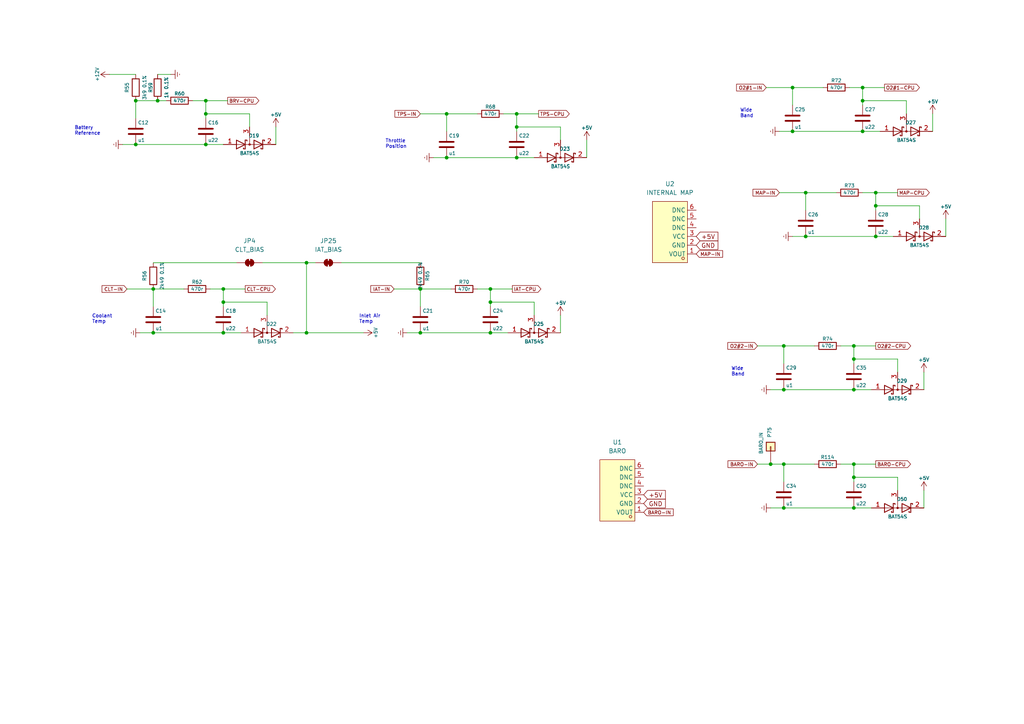
<source format=kicad_sch>
(kicad_sch (version 20231120) (generator "eeschema") (generator_version "8.0")
  (paper "A4")
  (lib_symbols
    (symbol "Device:C" (pin_numbers hide) (pin_names (offset 0.254))
      (property "Reference" "C" (at 0.635 2.54 0))
      (property "Value" "C" (at 0.635 -2.54 0))
      (symbol "C_0_1"
        (polyline (pts (xy -2.032 -0.762) (xy 2.032 -0.762)) (stroke (width 0.508)))
        (polyline (pts (xy -2.032 0.762) (xy 2.032 0.762)) (stroke (width 0.508)))
      )
      (symbol "C_1_1"
        (pin passive line (at 0 3.81 270) (length 2.794) (name "~") (number "1"))
        (pin passive line (at 0 -3.81 90) (length 2.794) (name "~") (number "2"))
      )
    )
    (symbol "Device:R" (pin_numbers hide) (pin_names (offset 0))
      (property "Reference" "R" (at 2.032 0 90))
      (property "Value" "R" (at 0 0 90))
      (symbol "R_0_1"
        (rectangle (start -1.016 -2.54) (end 1.016 2.54) (stroke (width 0.254)))
      )
      (symbol "R_1_1"
        (pin passive line (at 0 3.81 270) (length 1.27) (name "~") (number "1"))
        (pin passive line (at 0 -3.81 90) (length 1.27) (name "~") (number "2"))
      )
    )
    (symbol "Jumper:SolderJumper_2_Bridged" (pin_numbers hide) (pin_names (offset 0) hide) (exclude_from_sim yes) (in_bom no)
      (property "Reference" "JP" (at 0 2.032 0))
      (property "Value" "SolderJumper_2_Bridged" (at 0 -2.54 0))
      (symbol "SolderJumper_2_Bridged_0_1"
        (rectangle (start -0.508 0.508) (end 0.508 -0.508) (fill (type outline)))
        (arc (start -0.254 1.016) (mid -1.2656 0) (end -0.254 -1.016))
        (arc (start -0.254 1.016) (mid -1.2656 0) (end -0.254 -1.016) (fill (type outline)))
        (polyline (pts (xy -0.254 1.016) (xy -0.254 -1.016)))
        (polyline (pts (xy 0.254 1.016) (xy 0.254 -1.016)))
        (arc (start 0.254 -1.016) (mid 1.2656 0) (end 0.254 1.016))
        (arc (start 0.254 -1.016) (mid 1.2656 0) (end 0.254 1.016) (fill (type outline)))
      )
      (symbol "SolderJumper_2_Bridged_1_1"
        (pin passive line (at -3.81 0 0) (length 2.54) (name "A") (number "1"))
        (pin passive line (at 3.81 0 180) (length 2.54) (name "B") (number "2"))
      )
    )
    (symbol "Underdog-rescue:D_Schottky_x2_Serial_AKC-Device" (pin_names (offset 0.762) hide)
      (property "Reference" "D" (at 1.27 -2.54 0))
      (property "Value" "D_Schottky_x2_Serial_AKC-Device" (at 0 2.54 0))
      (symbol "D_Schottky_x2_Serial_AKC-Device_0_1"
        (polyline (pts (xy -3.81 0) (xy 3.81 0)))
        (polyline (pts (xy 0 0) (xy 0 -2.54)))
        (polyline (pts (xy 6.35 0) (xy 7.62 0)))
        (polyline (pts (xy -1.27 -1.27) (xy -1.27 1.27) (xy -1.27 1.27)) (stroke (width 0.254)))
        (polyline (pts (xy 3.81 1.27) (xy 3.81 -1.27) (xy 3.81 -1.27)) (stroke (width 0.254)))
        (polyline (pts (xy -1.27 -1.27) (xy -0.762 -1.27) (xy -0.762 -1.016) (xy -0.762 -1.016)) (stroke (width 0.254)))
        (polyline (pts (xy 3.81 -1.27) (xy 4.318 -1.27) (xy 4.318 -1.016) (xy 4.318 -1.016)) (stroke (width 0.254)))
        (polyline (pts (xy 3.81 1.27) (xy 3.302 1.27) (xy 3.302 1.016) (xy 3.302 1.016)) (stroke (width 0.254)))
        (polyline (pts (xy -1.778 1.016) (xy -1.778 1.27) (xy -1.27 1.27) (xy -1.27 1.27) (xy -1.27 1.27)) (stroke (width 0.254)))
        (polyline (pts (xy -3.81 1.27) (xy -1.27 0) (xy -3.81 -1.27) (xy -3.81 1.27) (xy -3.81 1.27) (xy -3.81 1.27)) (stroke (width 0.254)))
        (polyline (pts (xy 1.27 1.27) (xy 3.81 0) (xy 1.27 -1.27) (xy 1.27 1.27) (xy 1.27 1.27) (xy 1.27 1.27)) (stroke (width 0.254)))
        (circle (center 0 0) (radius 0.254) (fill (type outline)))
        (pin passive line (at -7.62 0 0) (length 3.81) (name "A") (number "1"))
        (pin passive line (at 7.62 0 180) (length 3.81) (name "K") (number "2"))
        (pin passive line (at 0 -5.08 90) (length 2.54) (name "common") (number "3"))
      )
    )
    (symbol "easyeda2kicad:MPX4250AP"
      (property "Reference" "U" (at 0 11.43 0))
      (property "Value" "MPX4250AP" (at 0 -11.43 0))
      (symbol "MPX4250AP_0_1"
        (rectangle (start -5.08 8.89) (end 5.08 -8.89) (fill (type background)))
        (circle (center -3.81 7.62) (radius 0.38))
        (pin unspecified line (at -7.62 6.35 0) (length 2.54) (name "VOUT") (number "1"))
        (pin unspecified line (at -7.62 3.81 0) (length 2.54) (name "GND") (number "2"))
        (pin unspecified line (at -7.62 1.27 0) (length 2.54) (name "VCC") (number "3"))
        (pin unspecified line (at -7.62 -1.27 0) (length 2.54) (name "DNC") (number "4"))
        (pin unspecified line (at -7.62 -3.81 0) (length 2.54) (name "DNC") (number "5"))
        (pin unspecified line (at -7.62 -6.35 0) (length 2.54) (name "DNC") (number "6"))
      )
    )
    (symbol "misc:Pad" (pin_numbers hide) (pin_names (offset 1.016) hide)
      (property "Reference" "P" (at 2.54 0 0))
      (symbol "Pad_1_1"
        (rectangle (start -1.27 0.127) (end 0 -0.127) (stroke (width 0.1524)))
        (rectangle (start -1.27 1.27) (end 1.27 -1.27) (stroke (width 0.254)) (fill (type background)))
        (pin passive line (at -5.08 0 0) (length 3.81) (name "Pin_1") (number "1"))
      )
    )
    (symbol "power:+12V" (power) (pin_names (offset 0))
      (property "Value" "+12V" (at 0 3.556 0))
      (symbol "+12V_0_1"
        (polyline (pts (xy -0.762 1.27) (xy 0 2.54)))
        (polyline (pts (xy 0 0) (xy 0 2.54)))
        (polyline (pts (xy 0 2.54) (xy 0.762 1.27)))
      )
      (symbol "+12V_1_1"
        (pin power_in line (at 0 0 90) (length 0) hide (name "+12V") (number "1"))
      )
    )
    (symbol "power:+5V" (power) (pin_names (offset 0))
      (property "Value" "+5V" (at 0 3.556 0))
      (symbol "+5V_0_1"
        (polyline (pts (xy -0.762 1.27) (xy 0 2.54)))
        (polyline (pts (xy 0 0) (xy 0 2.54)))
        (polyline (pts (xy 0 2.54) (xy 0.762 1.27)))
      )
      (symbol "+5V_1_1"
        (pin power_in line (at 0 0 90) (length 0) hide (name "+5V") (number "1"))
      )
    )
    (symbol "power:Earth" (power) (pin_names (offset 0))
      (symbol "Earth_0_1"
        (polyline (pts (xy -0.635 -1.905) (xy 0.635 -1.905)))
        (polyline (pts (xy -0.127 -2.54) (xy 0.127 -2.54)))
        (polyline (pts (xy 0 -1.27) (xy 0 0)))
        (polyline (pts (xy 1.27 -1.27) (xy -1.27 -1.27)))
      )
      (symbol "Earth_1_1"
        (pin power_in line (at 0 0 270) (length 0) hide (name "Earth") (number "1"))
      )
    )
  )
  (junction (at 59.69 29.21))
  (junction (at 44.45 96.52))
  (junction (at 142.24 96.52))
  (junction (at 44.45 83.82))
  (junction (at 142.24 83.82))
  (junction (at 250.19 38.1))
  (junction (at 250.19 29.21))
  (junction (at 149.86 36.83))
  (junction (at 229.87 38.1))
  (junction (at 227.33 134.62))
  (junction (at 64.77 83.82))
  (junction (at 247.65 147.32))
  (junction (at 39.37 29.21))
  (junction (at 59.69 41.91))
  (junction (at 247.65 113.03))
  (junction (at 88.9 76.2))
  (junction (at 254 68.58))
  (junction (at 129.54 33.02))
  (junction (at 223.52 134.62))
  (junction (at 121.92 83.82))
  (junction (at 149.86 45.72))
  (junction (at 250.19 25.4))
  (junction (at 227.33 147.32))
  (junction (at 149.86 33.02))
  (junction (at 247.65 138.43))
  (junction (at 121.92 96.52))
  (junction (at 247.65 134.62))
  (junction (at 64.77 96.52))
  (junction (at 59.69 33.02))
  (junction (at 39.37 41.91))
  (junction (at 88.9 96.52))
  (junction (at 247.65 100.33))
  (junction (at 247.65 104.14))
  (junction (at 227.33 100.33))
  (junction (at 45.72 29.21))
  (junction (at 233.68 55.88))
  (junction (at 64.77 87.63))
  (junction (at 227.33 113.03))
  (junction (at 254 55.88))
  (junction (at 229.87 25.4))
  (junction (at 254 59.69))
  (junction (at 129.54 45.72))
  (junction (at 233.68 68.58))
  (junction (at 142.24 87.63))
  (wire (pts (xy 121.92 96.52) (xy 142.24 96.52)))
  (wire (pts (xy 229.87 68.58) (xy 233.68 68.58)))
  (wire (pts (xy 59.69 29.21) (xy 66.04 29.21)))
  (wire (pts (xy 162.56 40.64) (xy 162.56 36.83)))
  (wire (pts (xy 250.19 25.4) (xy 256.54 25.4)))
  (wire (pts (xy 247.65 138.43) (xy 247.65 139.7)))
  (wire (pts (xy 64.77 83.82) (xy 71.12 83.82)))
  (wire (pts (xy 267.97 107.95) (xy 267.97 113.03)))
  (wire (pts (xy 229.87 25.4) (xy 238.76 25.4)))
  (wire (pts (xy 77.47 91.44) (xy 77.47 87.63)))
  (wire (pts (xy 223.52 113.03) (xy 227.33 113.03)))
  (wire (pts (xy 227.33 134.62) (xy 227.33 139.7)))
  (wire (pts (xy 31.75 21.59) (xy 39.37 21.59)))
  (wire (pts (xy 266.7 59.69) (xy 254 59.69)))
  (wire (pts (xy 72.39 36.83) (xy 72.39 33.02)))
  (wire (pts (xy 247.65 100.33) (xy 254 100.33)))
  (wire (pts (xy 222.25 25.4) (xy 229.87 25.4)))
  (wire (pts (xy 223.52 147.32) (xy 227.33 147.32)))
  (wire (pts (xy 72.39 33.02) (xy 59.69 33.02)))
  (wire (pts (xy 44.45 83.82) (xy 44.45 88.9)))
  (wire (pts (xy 260.35 107.95) (xy 260.35 104.14)))
  (wire (pts (xy 262.89 33.02) (xy 262.89 29.21)))
  (wire (pts (xy 233.68 68.58) (xy 254 68.58)))
  (wire (pts (xy 114.3 83.82) (xy 121.92 83.82)))
  (wire (pts (xy 254 55.88) (xy 260.35 55.88)))
  (wire (pts (xy 247.65 100.33) (xy 247.65 104.14)))
  (wire (pts (xy 138.43 83.82) (xy 142.24 83.82)))
  (wire (pts (xy 39.37 29.21) (xy 45.72 29.21)))
  (wire (pts (xy 219.71 100.33) (xy 227.33 100.33)))
  (wire (pts (xy 35.56 41.91) (xy 39.37 41.91)))
  (wire (pts (xy 59.69 29.21) (xy 59.69 33.02)))
  (wire (pts (xy 233.68 55.88) (xy 242.57 55.88)))
  (wire (pts (xy 254 59.69) (xy 254 60.96)))
  (wire (pts (xy 44.45 96.52) (xy 64.77 96.52)))
  (wire (pts (xy 162.56 36.83) (xy 149.86 36.83)))
  (wire (pts (xy 149.86 45.72) (xy 154.94 45.72)))
  (wire (pts (xy 260.35 104.14) (xy 247.65 104.14)))
  (wire (pts (xy 149.86 36.83) (xy 149.86 38.1)))
  (wire (pts (xy 40.64 96.52) (xy 44.45 96.52)))
  (wire (pts (xy 246.38 25.4) (xy 250.19 25.4)))
  (wire (pts (xy 125.73 45.72) (xy 129.54 45.72)))
  (wire (pts (xy 149.86 33.02) (xy 149.86 36.83)))
  (wire (pts (xy 149.86 33.02) (xy 156.21 33.02)))
  (wire (pts (xy 45.72 29.21) (xy 48.26 29.21)))
  (wire (pts (xy 247.65 134.62) (xy 254 134.62)))
  (wire (pts (xy 121.92 83.82) (xy 130.81 83.82)))
  (wire (pts (xy 68.58 76.2) (xy 44.45 76.2)))
  (wire (pts (xy 88.9 96.52) (xy 105.41 96.52)))
  (wire (pts (xy 129.54 33.02) (xy 138.43 33.02)))
  (wire (pts (xy 170.18 40.64) (xy 170.18 45.72)))
  (wire (pts (xy 254 55.88) (xy 254 59.69)))
  (wire (pts (xy 59.69 41.91) (xy 64.77 41.91)))
  (wire (pts (xy 64.77 83.82) (xy 64.77 87.63)))
  (wire (pts (xy 121.92 33.02) (xy 129.54 33.02)))
  (wire (pts (xy 247.65 113.03) (xy 252.73 113.03)))
  (wire (pts (xy 129.54 45.72) (xy 149.86 45.72)))
  (wire (pts (xy 76.2 76.2) (xy 88.9 76.2)))
  (wire (pts (xy 250.19 29.21) (xy 250.19 30.48)))
  (wire (pts (xy 227.33 147.32) (xy 247.65 147.32)))
  (wire (pts (xy 266.7 63.5) (xy 266.7 59.69)))
  (wire (pts (xy 88.9 76.2) (xy 91.44 76.2)))
  (wire (pts (xy 270.51 33.02) (xy 270.51 38.1)))
  (wire (pts (xy 260.35 142.24) (xy 260.35 138.43)))
  (wire (pts (xy 233.68 55.88) (xy 233.68 60.96)))
  (wire (pts (xy 55.88 29.21) (xy 59.69 29.21)))
  (wire (pts (xy 39.37 29.21) (xy 39.37 34.29)))
  (wire (pts (xy 227.33 113.03) (xy 247.65 113.03)))
  (wire (pts (xy 39.37 41.91) (xy 59.69 41.91)))
  (wire (pts (xy 44.45 83.82) (xy 53.34 83.82)))
  (wire (pts (xy 243.84 100.33) (xy 247.65 100.33)))
  (wire (pts (xy 64.77 96.52) (xy 69.85 96.52)))
  (wire (pts (xy 247.65 134.62) (xy 247.65 138.43)))
  (wire (pts (xy 227.33 100.33) (xy 236.22 100.33)))
  (wire (pts (xy 254 68.58) (xy 259.08 68.58)))
  (wire (pts (xy 226.06 55.88) (xy 233.68 55.88)))
  (wire (pts (xy 142.24 87.63) (xy 142.24 88.9)))
  (wire (pts (xy 227.33 134.62) (xy 236.22 134.62)))
  (wire (pts (xy 142.24 83.82) (xy 142.24 87.63)))
  (wire (pts (xy 227.33 100.33) (xy 227.33 105.41)))
  (wire (pts (xy 45.72 21.59) (xy 49.53 21.59)))
  (wire (pts (xy 142.24 96.52) (xy 147.32 96.52)))
  (wire (pts (xy 250.19 55.88) (xy 254 55.88)))
  (wire (pts (xy 80.01 36.83) (xy 80.01 41.91)))
  (wire (pts (xy 59.69 33.02) (xy 59.69 34.29)))
  (wire (pts (xy 60.96 83.82) (xy 64.77 83.82)))
  (wire (pts (xy 88.9 76.2) (xy 88.9 96.52)))
  (wire (pts (xy 154.94 91.44) (xy 154.94 87.63)))
  (wire (pts (xy 229.87 38.1) (xy 250.19 38.1)))
  (wire (pts (xy 250.19 25.4) (xy 250.19 29.21)))
  (wire (pts (xy 162.56 91.44) (xy 162.56 96.52)))
  (wire (pts (xy 121.92 83.82) (xy 121.92 88.9)))
  (wire (pts (xy 219.71 134.62) (xy 223.52 134.62)))
  (wire (pts (xy 223.52 134.62) (xy 227.33 134.62)))
  (wire (pts (xy 154.94 87.63) (xy 142.24 87.63)))
  (wire (pts (xy 250.19 38.1) (xy 255.27 38.1)))
  (wire (pts (xy 64.77 87.63) (xy 64.77 88.9)))
  (wire (pts (xy 274.32 63.5) (xy 274.32 68.58)))
  (wire (pts (xy 229.87 25.4) (xy 229.87 30.48)))
  (wire (pts (xy 247.65 104.14) (xy 247.65 105.41)))
  (wire (pts (xy 262.89 29.21) (xy 250.19 29.21)))
  (wire (pts (xy 77.47 87.63) (xy 64.77 87.63)))
  (wire (pts (xy 226.06 38.1) (xy 229.87 38.1)))
  (wire (pts (xy 129.54 33.02) (xy 129.54 38.1)))
  (wire (pts (xy 260.35 138.43) (xy 247.65 138.43)))
  (wire (pts (xy 267.97 142.24) (xy 267.97 147.32)))
  (wire (pts (xy 243.84 134.62) (xy 247.65 134.62)))
  (wire (pts (xy 146.05 33.02) (xy 149.86 33.02)))
  (wire (pts (xy 118.11 96.52) (xy 121.92 96.52)))
  (wire (pts (xy 247.65 147.32) (xy 252.73 147.32)))
  (wire (pts (xy 142.24 83.82) (xy 148.59 83.82)))
  (wire (pts (xy 36.83 83.82) (xy 44.45 83.82)))
  (wire (pts (xy 99.06 76.2) (xy 121.92 76.2)))
  (wire (pts (xy 85.09 96.52) (xy 88.9 96.52)))
  (text "Wide\nBand" (at 212.09 109.22 0) (effects (font (size 1 1)) (justify left bottom)))
  (text "Coolant\nTemp" (at 26.67 93.98 0) (effects (font (size 1 1)) (justify left bottom)))
  (text "Throttle\nPosition" (at 111.76 43.18 0) (effects (font (size 1 1)) (justify left bottom)))
  (text "Inlet Air\nTemp" (at 104.14 93.98 0) (effects (font (size 1 1)) (justify left bottom)))
  (text "Battery\nReference" (at 21.59 39.37 0) (effects (font (size 1 1)) (justify left bottom)))
  (text "Wide\nBand" (at 214.63 34.29 0) (effects (font (size 1 1)) (justify left bottom)))
  (global_label "GND" (shape input) (at 186.69 146.05 0) (property "Intersheetrefs" "${INTERSHEET_REFS}" (effects (hide yes))))
  (global_label "MAP-CPU" (shape output) (at 260.35 55.88 0) (effects (font (size 1 1))) (property "Intersheetrefs" "${INTERSHEET_REFS}" (effects (hide yes))))
  (global_label "+5V" (shape input) (at 186.69 143.51 0) (property "Intersheetrefs" "${INTERSHEET_REFS}" (effects (hide yes))))
  (global_label "MAP-IN" (shape input) (at 226.06 55.88 180) (effects (font (size 1 1))) (property "Intersheetrefs" "${INTERSHEET_REFS}" (effects (hide yes))))
  (global_label "BRV-CPU" (shape output) (at 66.04 29.21 0) (effects (font (size 1 1))) (property "Intersheetrefs" "${INTERSHEET_REFS}" (effects (hide yes))))
  (global_label "O2#1-IN" (shape input) (at 222.25 25.4 180) (effects (font (size 1 1))) (property "Intersheetrefs" "${INTERSHEET_REFS}" (effects (hide yes))))
  (global_label "O2#2-IN" (shape input) (at 219.71 100.33 180) (effects (font (size 1 1))) (property "Intersheetrefs" "${INTERSHEET_REFS}" (effects (hide yes))))
  (global_label "IAT-IN" (shape input) (at 114.3 83.82 180) (effects (font (size 1 1))) (property "Intersheetrefs" "${INTERSHEET_REFS}" (effects (hide yes))))
  (global_label "CLT-IN" (shape input) (at 36.83 83.82 180) (effects (font (size 1 1))) (property "Intersheetrefs" "${INTERSHEET_REFS}" (effects (hide yes))))
  (global_label "TPS-CPU" (shape output) (at 156.21 33.02 0) (effects (font (size 1 1))) (property "Intersheetrefs" "${INTERSHEET_REFS}" (effects (hide yes))))
  (global_label "+5V" (shape input) (at 201.93 68.58 0) (property "Intersheetrefs" "${INTERSHEET_REFS}" (effects (hide yes))))
  (global_label "TPS-IN" (shape input) (at 121.92 33.02 180) (effects (font (size 1 1))) (property "Intersheetrefs" "${INTERSHEET_REFS}" (effects (hide yes))))
  (global_label "BARO-IN" (shape input) (at 219.71 134.62 180) (effects (font (size 1 1))) (property "Intersheetrefs" "${INTERSHEET_REFS}" (effects (hide yes))))
  (global_label "BARO-IN" (shape input) (at 186.69 148.59 0) (effects (font (size 1 1))) (property "Intersheetrefs" "${INTERSHEET_REFS}" (effects (hide yes))))
  (global_label "O2#1-CPU" (shape output) (at 256.54 25.4 0) (effects (font (size 1 1))) (property "Intersheetrefs" "${INTERSHEET_REFS}" (effects (hide yes))))
  (global_label "CLT-CPU" (shape output) (at 71.12 83.82 0) (effects (font (size 1 1))) (property "Intersheetrefs" "${INTERSHEET_REFS}" (effects (hide yes))))
  (global_label "BARO-CPU" (shape output) (at 254 134.62 0) (effects (font (size 1 1))) (property "Intersheetrefs" "${INTERSHEET_REFS}" (effects (hide yes))))
  (global_label "MAP-IN" (shape input) (at 201.93 73.66 0) (effects (font (size 1 1))) (property "Intersheetrefs" "${INTERSHEET_REFS}" (effects (hide yes))))
  (global_label "GND" (shape input) (at 201.93 71.12 0) (property "Intersheetrefs" "${INTERSHEET_REFS}" (effects (hide yes))))
  (global_label "IAT-CPU" (shape output) (at 148.59 83.82 0) (effects (font (size 1 1))) (property "Intersheetrefs" "${INTERSHEET_REFS}" (effects (hide yes))))
  (global_label "O2#2-CPU" (shape output) (at 254 100.33 0) (effects (font (size 1 1))) (property "Intersheetrefs" "${INTERSHEET_REFS}" (effects (hide yes))))
  (symbol (lib_id "Device:C") (at 39.37 38.1 0) (unit 1)
    (property "Reference" "C12" (at 40.005 35.56 0) (effects (font (size 1 1)) (justify left)))
    (property "Value" "u1" (at 40.005 40.64 0) (effects (font (size 1 1)) (justify left)))
    (property "Footprint" "easyeda2kicad:C0805" (effects (hide yes)))
    (property "MPN" "CL21B104KBFNNNE" (effects (hide yes)))
    (property "LCSC" "C136621" (effects (hide yes)))
    (property "Rot" "0" (effects (hide yes)))
  )
  (symbol (lib_id "power:+5V") (at 267.97 107.95 0) (unit 1)
    (property "Reference" "#PWR0170" (effects (hide yes)))
    (property "Value" "+5V" (at 267.97 104.394 0) (effects (font (size 1 1))))
  )
  (symbol (lib_id "power:Earth") (at 35.56 41.91 270) (unit 1)
    (property "Reference" "#PWR039" (effects (hide yes)))
    (property "Value" "Earth" (effects (hide yes)))
  )
  (symbol (lib_id "Device:C") (at 233.68 64.77 0) (unit 1)
    (property "Reference" "C26" (at 234.315 62.23 0) (effects (font (size 1 1)) (justify left)))
    (property "Value" "u1" (at 234.315 67.31 0) (effects (font (size 1 1)) (justify left)))
    (property "Footprint" "easyeda2kicad:C0805" (effects (hide yes)))
    (property "MPN" "CL21B104KBFNNNE" (effects (hide yes)))
    (property "LCSC" "C136621" (effects (hide yes)))
    (property "Rot" "0" (effects (hide yes)))
  )
  (symbol (lib_id "Underdog-rescue:D_Schottky_x2_Serial_AKC-Device") (at 77.47 96.52 0) (mirror x) (unit 1)
    (property "Reference" "D22" (at 78.74 93.98 0) (effects (font (size 1 1))))
    (property "Value" "BAT54S" (at 77.47 99.06 0) (effects (font (size 1 1))))
    (property "Footprint" "easyeda2kicad:SOT-23-3_L3.0-W1.7-P0.95-LS2.9-BR" (effects (hide yes)))
    (property "MPN" "BAT54S,215" (effects (hide yes)))
    (property "LCSC" "C47546" (effects (hide yes)))
    (property "Rot" "0" (effects (hide yes)))
  )
  (symbol (lib_id "Device:C") (at 254 64.77 0) (unit 1)
    (property "Reference" "C28" (at 254.635 62.23 0) (effects (font (size 1 1)) (justify left)))
    (property "Value" "u22" (at 254.635 67.31 0) (effects (font (size 1 1)) (justify left)))
    (property "Footprint" "easyeda2kicad:C0805" (effects (hide yes)))
    (property "MPN" "CL21B224KBFNNNE" (effects (hide yes)))
    (property "LCSC" "C5378" (effects (hide yes)))
    (property "Rot" "0" (effects (hide yes)))
  )
  (symbol (lib_id "Underdog-rescue:D_Schottky_x2_Serial_AKC-Device") (at 260.35 147.32 0) (mirror x) (unit 1)
    (property "Reference" "D50" (at 261.62 144.78 0) (effects (font (size 1 1))))
    (property "Value" "BAT54S" (at 260.35 149.86 0) (effects (font (size 1 1))))
    (property "Footprint" "easyeda2kicad:SOT-23-3_L3.0-W1.7-P0.95-LS2.9-BR" (effects (hide yes)))
    (property "MPN" "BAT54S,215" (effects (hide yes)))
    (property "LCSC" "C47546" (effects (hide yes)))
    (property "Rot" "0" (effects (hide yes)))
  )
  (symbol (lib_id "power:+5V") (at 162.56 91.44 0) (unit 1)
    (property "Reference" "#PWR0111" (effects (hide yes)))
    (property "Value" "+5V" (at 162.56 87.884 0) (effects (font (size 1 1))))
  )
  (symbol (lib_id "Device:C") (at 121.92 92.71 0) (unit 1)
    (property "Reference" "C21" (at 122.555 90.17 0) (effects (font (size 1 1)) (justify left)))
    (property "Value" "u1" (at 122.555 95.25 0) (effects (font (size 1 1)) (justify left)))
    (property "Footprint" "easyeda2kicad:C0805" (effects (hide yes)))
    (property "MPN" "CL21B104KBFNNNE" (effects (hide yes)))
    (property "LCSC" "C136621" (effects (hide yes)))
    (property "Rot" "0" (effects (hide yes)))
  )
  (symbol (lib_id "Device:R") (at 242.57 25.4 90) (unit 1)
    (property "Reference" "R72" (at 242.57 23.368 90) (effects (font (size 1 1))))
    (property "Value" "470r" (at 242.57 25.4 90) (effects (font (size 1 1))))
    (property "Footprint" "easyeda2kicad:R0805" (effects (hide yes)))
    (property "MPN" " C17710" (effects (hide yes)))
    (property "LCSC" "C17710" (effects (hide yes)))
    (property "Rot" "0" (effects (hide yes)))
  )
  (symbol (lib_id "Device:R") (at 240.03 134.62 90) (unit 1)
    (property "Reference" "R114" (at 240.03 132.588 90) (effects (font (size 1 1))))
    (property "Value" "470r" (at 240.03 134.62 90) (effects (font (size 1 1))))
    (property "Footprint" "easyeda2kicad:R0805" (effects (hide yes)))
    (property "MPN" " C17710" (effects (hide yes)))
    (property "LCSC" "C17710" (effects (hide yes)))
    (property "Rot" "0" (effects (hide yes)))
  )
  (symbol (lib_id "Device:C") (at 227.33 109.22 0) (unit 1)
    (property "Reference" "C29" (at 227.965 106.68 0) (effects (font (size 1 1)) (justify left)))
    (property "Value" "u1" (at 227.965 111.76 0) (effects (font (size 1 1)) (justify left)))
    (property "Footprint" "easyeda2kicad:C0805" (effects (hide yes)))
    (property "MPN" "CL21B104KBFNNNE" (effects (hide yes)))
    (property "LCSC" "C136621" (effects (hide yes)))
    (property "Rot" "0" (effects (hide yes)))
  )
  (symbol (lib_id "Device:C") (at 247.65 143.51 0) (unit 1)
    (property "Reference" "C50" (at 248.285 140.97 0) (effects (font (size 1 1)) (justify left)))
    (property "Value" "u22" (at 248.285 146.05 0) (effects (font (size 1 1)) (justify left)))
    (property "Footprint" "easyeda2kicad:C0805" (effects (hide yes)))
    (property "MPN" "CL21B224KBFNNNE" (effects (hide yes)))
    (property "LCSC" "C5378" (effects (hide yes)))
    (property "Rot" "0" (effects (hide yes)))
  )
  (symbol (lib_id "Device:R") (at 45.72 25.4 180) (unit 1)
    (property "Reference" "R59" (at 43.688 25.4 90) (effects (font (size 1 1))))
    (property "Value" "1k 0.1%" (at 48.26 25.4 90) (effects (font (size 1 1))))
    (property "Footprint" "easyeda2kicad:R0805" (effects (hide yes)))
    (property "MPN" "C110774" (effects (hide yes)))
    (property "LCSC" "C110774" (effects (hide yes)))
    (property "Rot" "0" (effects (hide yes)))
  )
  (symbol (lib_id "Underdog-rescue:D_Schottky_x2_Serial_AKC-Device") (at 266.7 68.58 0) (mirror x) (unit 1)
    (property "Reference" "D28" (at 267.97 66.04 0) (effects (font (size 1 1))))
    (property "Value" "BAT54S" (at 266.7 71.12 0) (effects (font (size 1 1))))
    (property "Footprint" "easyeda2kicad:SOT-23-3_L3.0-W1.7-P0.95-LS2.9-BR" (effects (hide yes)))
    (property "MPN" "BAT54S,215" (effects (hide yes)))
    (property "LCSC" "C47546" (effects (hide yes)))
    (property "Rot" "0" (effects (hide yes)))
  )
  (symbol (lib_id "Device:C") (at 229.87 34.29 0) (unit 1)
    (property "Reference" "C25" (at 230.505 31.75 0) (effects (font (size 1 1)) (justify left)))
    (property "Value" "u1" (at 230.505 36.83 0) (effects (font (size 1 1)) (justify left)))
    (property "Footprint" "easyeda2kicad:C0805" (effects (hide yes)))
    (property "MPN" "CL21B104KBFNNNE" (effects (hide yes)))
    (property "LCSC" "C136621" (effects (hide yes)))
    (property "Rot" "0" (effects (hide yes)))
  )
  (symbol (lib_id "Device:C") (at 44.45 92.71 0) (unit 1)
    (property "Reference" "C14" (at 45.085 90.17 0) (effects (font (size 1 1)) (justify left)))
    (property "Value" "u1" (at 45.085 95.25 0) (effects (font (size 1 1)) (justify left)))
    (property "Footprint" "easyeda2kicad:C0805" (effects (hide yes)))
    (property "MPN" "CL21B104KBFNNNE" (effects (hide yes)))
    (property "LCSC" "C136621" (effects (hide yes)))
    (property "Rot" "0" (effects (hide yes)))
  )
  (symbol (lib_id "power:+5V") (at 170.18 40.64 0) (unit 1)
    (property "Reference" "#PWR0109" (effects (hide yes)))
    (property "Value" "+5V" (at 170.18 37.084 0) (effects (font (size 1 1))))
  )
  (symbol (lib_id "Device:R") (at 134.62 83.82 90) (unit 1)
    (property "Reference" "R70" (at 134.62 81.788 90) (effects (font (size 1 1))))
    (property "Value" "470r" (at 134.62 83.82 90) (effects (font (size 1 1))))
    (property "Footprint" "easyeda2kicad:R0805" (effects (hide yes)))
    (property "MPN" " C17710" (effects (hide yes)))
    (property "LCSC" "C17710" (effects (hide yes)))
    (property "Rot" "0" (effects (hide yes)))
  )
  (symbol (lib_id "Device:C") (at 142.24 92.71 0) (unit 1)
    (property "Reference" "C24" (at 142.875 90.17 0) (effects (font (size 1 1)) (justify left)))
    (property "Value" "u22" (at 142.875 95.25 0) (effects (font (size 1 1)) (justify left)))
    (property "Footprint" "easyeda2kicad:C0805" (effects (hide yes)))
    (property "MPN" "CL21B224KBFNNNE" (effects (hide yes)))
    (property "LCSC" "C5378" (effects (hide yes)))
    (property "Rot" "0" (effects (hide yes)))
  )
  (symbol (lib_id "Device:C") (at 247.65 109.22 0) (unit 1)
    (property "Reference" "C35" (at 248.285 106.68 0) (effects (font (size 1 1)) (justify left)))
    (property "Value" "u22" (at 248.285 111.76 0) (effects (font (size 1 1)) (justify left)))
    (property "Footprint" "easyeda2kicad:C0805" (effects (hide yes)))
    (property "MPN" "CL21B224KBFNNNE" (effects (hide yes)))
    (property "LCSC" "C5378" (effects (hide yes)))
    (property "Rot" "0" (effects (hide yes)))
  )
  (symbol (lib_id "easyeda2kicad:MPX4250AP") (at 179.07 142.24 180) (unit 1) (in_bom no)
    (property "Reference" "U1" (at 179.07 128.27 0))
    (property "Value" "BARO" (at 179.07 130.81 0))
    (property "Footprint" "easyeda2kicad:SENSOR-TH_MPX4250AP" (effects (hide yes)))
    (property "LCSC Part" "C2802676" (effects (hide yes)))
  )
  (symbol (lib_id "misc:Pad") (at 223.52 129.54 90) (unit 1) (in_bom no)
    (property "Reference" "P75" (at 223.189 126.9461 0) (effects (font (size 1 1)) (justify left)))
    (property "Value" "BARO_IN" (at 220.726 128.524 0) (effects (font (size 1 1))))
    (property "Footprint" "TestPoint:TestPoint_THTPad_1.5x1.5mm_Drill0.7mm" (effects (hide yes)))
    (property "Rot" "0" (effects (hide yes)))
  )
  (symbol (lib_id "Underdog-rescue:D_Schottky_x2_Serial_AKC-Device") (at 154.94 96.52 0) (mirror x) (unit 1)
    (property "Reference" "D25" (at 156.21 93.98 0) (effects (font (size 1 1))))
    (property "Value" "BAT54S" (at 154.94 99.06 0) (effects (font (size 1 1))))
    (property "Footprint" "easyeda2kicad:SOT-23-3_L3.0-W1.7-P0.95-LS2.9-BR" (effects (hide yes)))
    (property "MPN" "BAT54S,215" (effects (hide yes)))
    (property "LCSC" "C47546" (effects (hide yes)))
    (property "Rot" "0" (effects (hide yes)))
  )
  (symbol (lib_id "Device:R") (at 39.37 25.4 0) (unit 1)
    (property "Reference" "R55" (at 36.83 25.4 90) (effects (font (size 1 1))))
    (property "Value" "3k9 0.1%" (at 41.91 25.4 90) (effects (font (size 1 1))))
    (property "Footprint" "easyeda2kicad:R0805" (effects (hide yes)))
    (property "MPN" "ERA6AEB392V" (effects (hide yes)))
    (property "LCSC" "C473293" (effects (hide yes)))
    (property "Rot" "0" (effects (hide yes)))
  )
  (symbol (lib_id "Device:C") (at 227.33 143.51 0) (unit 1)
    (property "Reference" "C34" (at 227.965 140.97 0) (effects (font (size 1 1)) (justify left)))
    (property "Value" "u1" (at 227.965 146.05 0) (effects (font (size 1 1)) (justify left)))
    (property "Footprint" "easyeda2kicad:C0805" (effects (hide yes)))
    (property "MPN" "CL21B104KBFNNNE" (effects (hide yes)))
    (property "LCSC" "C136621" (effects (hide yes)))
    (property "Rot" "0" (effects (hide yes)))
  )
  (symbol (lib_id "Device:C") (at 59.69 38.1 0) (unit 1)
    (property "Reference" "C16" (at 60.325 35.56 0) (effects (font (size 1 1)) (justify left)))
    (property "Value" "u22" (at 60.325 40.64 0) (effects (font (size 1 1)) (justify left)))
    (property "Footprint" "easyeda2kicad:C0805" (effects (hide yes)))
    (property "MPN" "CL21B224KBFNNNE" (effects (hide yes)))
    (property "LCSC" "C5378" (effects (hide yes)))
    (property "Rot" "0" (effects (hide yes)))
  )
  (symbol (lib_id "Underdog-rescue:D_Schottky_x2_Serial_AKC-Device") (at 262.89 38.1 0) (mirror x) (unit 1)
    (property "Reference" "D27" (at 264.16 35.56 0) (effects (font (size 1 1))))
    (property "Value" "BAT54S" (at 262.89 40.64 0) (effects (font (size 1 1))))
    (property "Footprint" "easyeda2kicad:SOT-23-3_L3.0-W1.7-P0.95-LS2.9-BR" (effects (hide yes)))
    (property "MPN" "BAT54S,215" (effects (hide yes)))
    (property "LCSC" "C47546" (effects (hide yes)))
    (property "Rot" "0" (effects (hide yes)))
  )
  (symbol (lib_id "Underdog-rescue:D_Schottky_x2_Serial_AKC-Device") (at 260.35 113.03 0) (mirror x) (unit 1)
    (property "Reference" "D29" (at 261.62 110.49 0) (effects (font (size 1 1))))
    (property "Value" "BAT54S" (at 260.35 115.57 0) (effects (font (size 1 1))))
    (property "Footprint" "easyeda2kicad:SOT-23-3_L3.0-W1.7-P0.95-LS2.9-BR" (effects (hide yes)))
    (property "MPN" "BAT54S,215" (effects (hide yes)))
    (property "LCSC" "C47546" (effects (hide yes)))
    (property "Rot" "0" (effects (hide yes)))
  )
  (symbol (lib_id "power:+12V") (at 31.75 21.59 90) (unit 1)
    (property "Reference" "#PWR036" (effects (hide yes)))
    (property "Value" "+12V" (at 28.194 21.59 0) (effects (font (size 1 1))))
  )
  (symbol (lib_id "Device:R") (at 240.03 100.33 90) (unit 1)
    (property "Reference" "R74" (at 240.03 98.298 90) (effects (font (size 1 1))))
    (property "Value" "470r" (at 240.03 100.33 90) (effects (font (size 1 1))))
    (property "Footprint" "easyeda2kicad:R0805" (effects (hide yes)))
    (property "MPN" " C17710" (effects (hide yes)))
    (property "LCSC" "C17710" (effects (hide yes)))
    (property "Rot" "0" (effects (hide yes)))
  )
  (symbol (lib_id "Device:R") (at 246.38 55.88 90) (unit 1)
    (property "Reference" "R73" (at 246.38 53.848 90) (effects (font (size 1 1))))
    (property "Value" "470r" (at 246.38 55.88 90) (effects (font (size 1 1))))
    (property "Footprint" "easyeda2kicad:R0805" (effects (hide yes)))
    (property "MPN" " C17710" (effects (hide yes)))
    (property "LCSC" "C17710" (effects (hide yes)))
    (property "Rot" "0" (effects (hide yes)))
  )
  (symbol (lib_id "power:+5V") (at 267.97 142.24 0) (unit 1)
    (property "Reference" "#PWR0171" (effects (hide yes)))
    (property "Value" "+5V" (at 267.97 138.684 0) (effects (font (size 1 1))))
  )
  (symbol (lib_id "Device:R") (at 121.92 80.01 0) (unit 1)
    (property "Reference" "R65" (at 123.952 80.01 90) (effects (font (size 1 1))))
    (property "Value" "2k49 0.1%" (at 121.92 80.01 90) (effects (font (size 1 1))))
    (property "Footprint" "easyeda2kicad:R0805" (effects (hide yes)))
    (property "MPN" "C515727" (effects (hide yes)))
    (property "LCSC" "C515727" (effects (hide yes)))
    (property "Rot" "0" (effects (hide yes)))
  )
  (symbol (lib_id "Underdog-rescue:D_Schottky_x2_Serial_AKC-Device") (at 72.39 41.91 0) (mirror x) (unit 1)
    (property "Reference" "D19" (at 73.66 39.37 0) (effects (font (size 1 1))))
    (property "Value" "BAT54S" (at 72.39 44.45 0) (effects (font (size 1 1))))
    (property "Footprint" "easyeda2kicad:SOT-23-3_L3.0-W1.7-P0.95-LS2.9-BR" (effects (hide yes)))
    (property "MPN" "BAT54S,215" (effects (hide yes)))
    (property "LCSC" "C47546" (effects (hide yes)))
    (property "Rot" "0" (effects (hide yes)))
  )
  (symbol (lib_id "power:Earth") (at 223.52 147.32 270) (unit 1)
    (property "Reference" "#PWR0129" (effects (hide yes)))
    (property "Value" "Earth" (effects (hide yes)))
  )
  (symbol (lib_id "power:+5V") (at 270.51 33.02 0) (unit 1)
    (property "Reference" "#PWR0120" (effects (hide yes)))
    (property "Value" "+5V" (at 270.51 29.464 0) (effects (font (size 1 1))))
  )
  (symbol (lib_id "Device:C") (at 64.77 92.71 0) (unit 1)
    (property "Reference" "C18" (at 65.405 90.17 0) (effects (font (size 1 1)) (justify left)))
    (property "Value" "u22" (at 65.405 95.25 0) (effects (font (size 1 1)) (justify left)))
    (property "Footprint" "easyeda2kicad:C0805" (effects (hide yes)))
    (property "MPN" "CL21B224KBFNNNE" (effects (hide yes)))
    (property "LCSC" "C5378" (effects (hide yes)))
    (property "Rot" "0" (effects (hide yes)))
  )
  (symbol (lib_id "Device:C") (at 129.54 41.91 0) (unit 1)
    (property "Reference" "C19" (at 130.175 39.37 0) (effects (font (size 1 1)) (justify left)))
    (property "Value" "u1" (at 130.175 44.45 0) (effects (font (size 1 1)) (justify left)))
    (property "Footprint" "easyeda2kicad:C0805" (effects (hide yes)))
    (property "MPN" "CL21B104KBFNNNE" (effects (hide yes)))
    (property "LCSC" "C136621" (effects (hide yes)))
    (property "Rot" "0" (effects (hide yes)))
  )
  (symbol (lib_id "Device:R") (at 142.24 33.02 90) (unit 1)
    (property "Reference" "R68" (at 142.24 30.988 90) (effects (font (size 1 1))))
    (property "Value" "470r" (at 142.24 33.02 90) (effects (font (size 1 1))))
    (property "Footprint" "easyeda2kicad:R0805" (effects (hide yes)))
    (property "MPN" " C17710" (effects (hide yes)))
    (property "LCSC" "C17710" (effects (hide yes)))
    (property "Rot" "0" (effects (hide yes)))
  )
  (symbol (lib_id "power:Earth") (at 223.52 113.03 270) (unit 1)
    (property "Reference" "#PWR0126" (effects (hide yes)))
    (property "Value" "Earth" (effects (hide yes)))
  )
  (symbol (lib_id "power:+5V") (at 274.32 63.5 0) (unit 1)
    (property "Reference" "#PWR0122" (effects (hide yes)))
    (property "Value" "+5V" (at 274.32 59.944 0) (effects (font (size 1 1))))
  )
  (symbol (lib_id "Device:R") (at 57.15 83.82 90) (unit 1)
    (property "Reference" "R62" (at 57.15 81.788 90) (effects (font (size 1 1))))
    (property "Value" "470r" (at 57.15 83.82 90) (effects (font (size 1 1))))
    (property "Footprint" "easyeda2kicad:R0805" (effects (hide yes)))
    (property "MPN" " C17710" (effects (hide yes)))
    (property "LCSC" "C17710" (effects (hide yes)))
    (property "Rot" "0" (effects (hide yes)))
  )
  (symbol (lib_id "Jumper:SolderJumper_2_Bridged") (at 72.39 76.2 0) (unit 1) (exclude_from_sim yes) (in_bom no)
    (property "Reference" "JP4" (at 72.39 69.85 0))
    (property "Value" "CLT_BIAS" (at 72.39 72.39 0))
    (property "Footprint" "Jumper:SolderJumper-2_P1.3mm_Bridged_Pad1.0x1.5mm" (effects (hide yes)))
    (property "Description" "Solder Jumper, 2-pole, closed/bridged" (effects (hide yes)))
    (property "Rot" "0" (effects (hide yes)))
  )
  (symbol (lib_id "power:Earth") (at 125.73 45.72 270) (unit 1)
    (property "Reference" "#PWR0107" (effects (hide yes)))
    (property "Value" "Earth" (effects (hide yes)))
  )
  (symbol (lib_id "power:Earth") (at 40.64 96.52 270) (unit 1)
    (property "Reference" "#PWR098" (effects (hide yes)))
    (property "Value" "Earth" (effects (hide yes)))
  )
  (symbol (lib_id "power:Earth") (at 118.11 96.52 270) (unit 1)
    (property "Reference" "#PWR0108" (effects (hide yes)))
    (property "Value" "Earth" (effects (hide yes)))
  )
  (symbol (lib_id "Device:C") (at 250.19 34.29 0) (unit 1)
    (property "Reference" "C27" (at 250.825 31.75 0) (effects (font (size 1 1)) (justify left)))
    (property "Value" "u22" (at 250.825 36.83 0) (effects (font (size 1 1)) (justify left)))
    (property "Footprint" "easyeda2kicad:C0805" (effects (hide yes)))
    (property "MPN" "CL21B224KBFNNNE" (effects (hide yes)))
    (property "LCSC" "C5378" (effects (hide yes)))
    (property "Rot" "0" (effects (hide yes)))
  )
  (symbol (lib_id "Underdog-rescue:D_Schottky_x2_Serial_AKC-Device") (at 162.56 45.72 0) (mirror x) (unit 1)
    (property "Reference" "D23" (at 163.83 43.18 0) (effects (font (size 1 1))))
    (property "Value" "BAT54S" (at 162.56 48.26 0) (effects (font (size 1 1))))
    (property "Footprint" "easyeda2kicad:SOT-23-3_L3.0-W1.7-P0.95-LS2.9-BR" (effects (hide yes)))
    (property "MPN" "BAT54S,215" (effects (hide yes)))
    (property "LCSC" "C47546" (effects (hide yes)))
    (property "Rot" "0" (effects (hide yes)))
  )
  (symbol (lib_id "easyeda2kicad:MPX4250AP") (at 194.31 67.31 180) (unit 1) (in_bom no)
    (property "Reference" "U2" (at 194.31 53.34 0))
    (property "Value" "INTERNAL MAP" (at 194.31 55.88 0))
    (property "Footprint" "easyeda2kicad:SENSOR-TH_MPX4250AP" (effects (hide yes)))
    (property "LCSC Part" "C2802676" (effects (hide yes)))
  )
  (symbol (lib_id "power:+5V") (at 80.01 36.83 0) (unit 1)
    (property "Reference" "#PWR0102" (effects (hide yes)))
    (property "Value" "+5V" (at 80.01 33.274 0) (effects (font (size 1 1))))
  )
  (symbol (lib_id "power:Earth") (at 229.87 68.58 270) (unit 1)
    (property "Reference" "#PWR0116" (effects (hide yes)))
    (property "Value" "Earth" (effects (hide yes)))
  )
  (symbol (lib_id "Device:C") (at 149.86 41.91 0) (unit 1)
    (property "Reference" "C22" (at 150.495 39.37 0) (effects (font (size 1 1)) (justify left)))
    (property "Value" "u22" (at 150.495 44.45 0) (effects (font (size 1 1)) (justify left)))
    (property "Footprint" "easyeda2kicad:C0805" (effects (hide yes)))
    (property "MPN" "CL21B224KBFNNNE" (effects (hide yes)))
    (property "LCSC" "C5378" (effects (hide yes)))
    (property "Rot" "0" (effects (hide yes)))
  )
  (symbol (lib_id "Device:R") (at 52.07 29.21 90) (unit 1)
    (property "Reference" "R60" (at 52.07 27.178 90) (effects (font (size 1 1))))
    (property "Value" "470r" (at 52.07 29.21 90) (effects (font (size 1 1))))
    (property "Footprint" "easyeda2kicad:R0805" (effects (hide yes)))
    (property "MPN" " C17710" (effects (hide yes)))
    (property "LCSC" "C17710" (effects (hide yes)))
    (property "Rot" "0" (effects (hide yes)))
  )
  (symbol (lib_id "power:Earth") (at 49.53 21.59 90) (unit 1)
    (property "Reference" "#PWR0101" (effects (hide yes)))
    (property "Value" "Earth" (effects (hide yes)))
  )
  (symbol (lib_id "Jumper:SolderJumper_2_Bridged") (at 95.25 76.2 0) (unit 1) (exclude_from_sim yes) (in_bom no)
    (property "Reference" "JP25" (at 95.25 69.85 0))
    (property "Value" "IAT_BIAS" (at 95.25 72.39 0))
    (property "Footprint" "Jumper:SolderJumper-2_P1.3mm_Bridged_Pad1.0x1.5mm" (effects (hide yes)))
    (property "Description" "Solder Jumper, 2-pole, closed/bridged" (effects (hide yes)))
    (property "Rot" "0" (effects (hide yes)))
  )
  (symbol (lib_id "power:Earth") (at 226.06 38.1 270) (unit 1)
    (property "Reference" "#PWR0114" (effects (hide yes)))
    (property "Value" "Earth" (effects (hide yes)))
  )
  (symbol (lib_id "Device:R") (at 44.45 80.01 0) (unit 1)
    (property "Reference" "R56" (at 41.91 80.01 90) (effects (font (size 1 1))))
    (property "Value" "2k49 0.1%" (at 46.99 80.01 90) (effects (font (size 1 1))))
    (property "Footprint" "easyeda2kicad:R0805" (effects (hide yes)))
    (property "MPN" "C515727" (effects (hide yes)))
    (property "LCSC" "C515727" (effects (hide yes)))
    (property "Rot" "0" (effects (hide yes)))
  )
  (symbol (lib_id "power:+5V") (at 105.41 96.52 270) (unit 1)
    (property "Reference" "#PWR0106" (effects (hide yes)))
    (property "Value" "+5V" (at 108.966 96.52 0) (effects (font (size 1 1))))
  )
)
</source>
